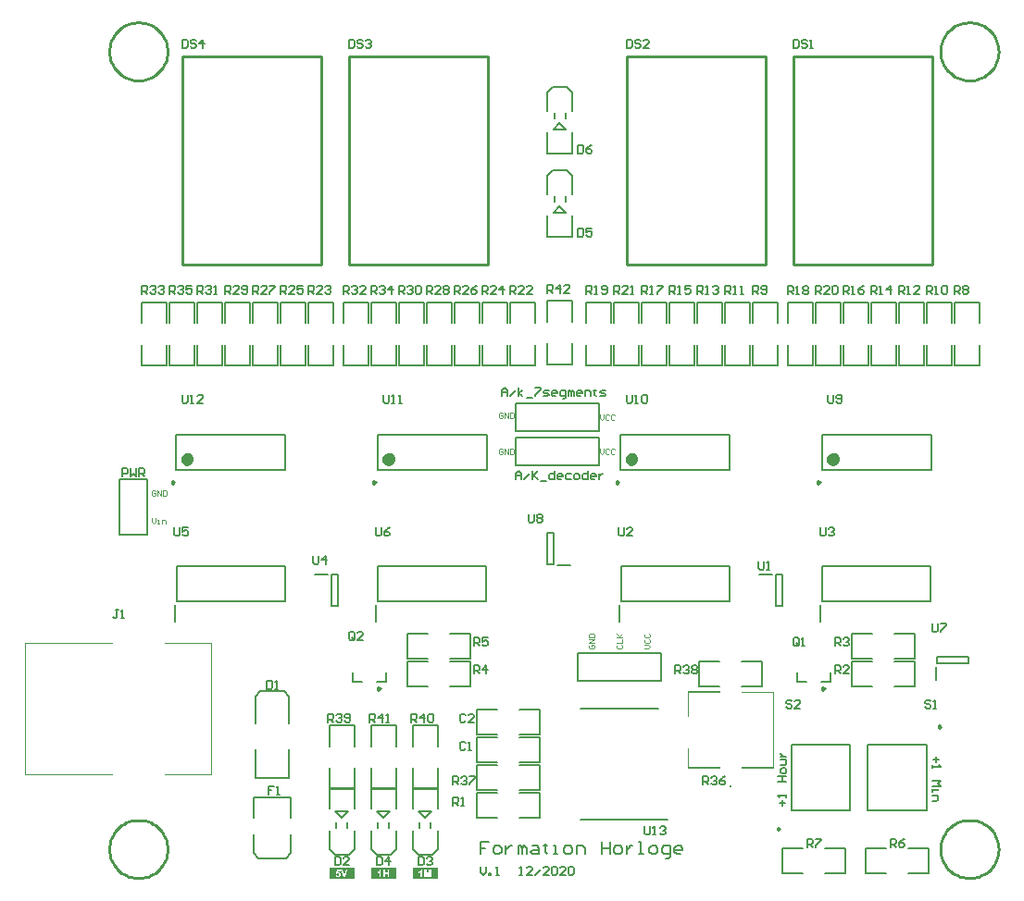
<source format=gto>
G04 Layer_Color=65535*
%FSLAX25Y25*%
%MOIN*%
G70*
G01*
G75*
%ADD32C,0.00984*%
%ADD33C,0.01000*%
%ADD34C,0.00787*%
%ADD35C,0.02362*%
%ADD36C,0.00591*%
%ADD37C,0.00500*%
%ADD38C,0.00394*%
%ADD39C,0.00400*%
%ADD40C,0.00700*%
G36*
X89500Y1000D02*
X80500D01*
Y5060D01*
X89500D01*
Y1000D01*
D02*
G37*
G36*
X104500D02*
X95500D01*
Y5060D01*
X104500D01*
Y1000D01*
D02*
G37*
G36*
X119500D02*
X110500D01*
Y5060D01*
X119500D01*
Y1000D01*
D02*
G37*
%LPC*%
G36*
X84500Y4301D02*
X83202D01*
X82950Y2965D01*
X83346Y2910D01*
X83379Y2943D01*
X83413Y2973D01*
X83446Y2999D01*
X83479Y3021D01*
X83542Y3054D01*
X83601Y3077D01*
X83653Y3087D01*
X83690Y3095D01*
X83705Y3099D01*
X83727D01*
X83786Y3095D01*
X83842Y3080D01*
X83890Y3062D01*
X83931Y3039D01*
X83960Y3014D01*
X83986Y2995D01*
X84001Y2980D01*
X84005Y2977D01*
X84042Y2929D01*
X84068Y2873D01*
X84086Y2814D01*
X84097Y2755D01*
X84108Y2703D01*
X84112Y2662D01*
Y2644D01*
Y2633D01*
Y2625D01*
Y2621D01*
X84108Y2533D01*
X84097Y2455D01*
X84079Y2392D01*
X84060Y2340D01*
X84038Y2296D01*
X84023Y2266D01*
X84008Y2251D01*
X84005Y2244D01*
X83964Y2203D01*
X83920Y2170D01*
X83875Y2148D01*
X83834Y2133D01*
X83798Y2126D01*
X83768Y2122D01*
X83749Y2118D01*
X83742D01*
X83694Y2122D01*
X83646Y2133D01*
X83605Y2148D01*
X83572Y2166D01*
X83542Y2185D01*
X83520Y2200D01*
X83505Y2211D01*
X83501Y2214D01*
X83468Y2255D01*
X83439Y2296D01*
X83416Y2340D01*
X83402Y2381D01*
X83390Y2418D01*
X83383Y2451D01*
X83379Y2470D01*
Y2477D01*
X82891Y2425D01*
X82902Y2366D01*
X82913Y2310D01*
X82950Y2211D01*
X82991Y2122D01*
X83013Y2085D01*
X83039Y2048D01*
X83061Y2018D01*
X83080Y1992D01*
X83102Y1970D01*
X83117Y1948D01*
X83131Y1933D01*
X83143Y1922D01*
X83150Y1918D01*
X83154Y1915D01*
X83198Y1881D01*
X83242Y1852D01*
X83291Y1826D01*
X83339Y1807D01*
X83439Y1770D01*
X83527Y1748D01*
X83572Y1741D01*
X83609Y1737D01*
X83646Y1733D01*
X83675Y1730D01*
X83701Y1726D01*
X83735D01*
X83816Y1730D01*
X83894Y1741D01*
X83964Y1756D01*
X84031Y1778D01*
X84093Y1804D01*
X84149Y1833D01*
X84201Y1863D01*
X84249Y1896D01*
X84290Y1926D01*
X84327Y1955D01*
X84360Y1985D01*
X84386Y2011D01*
X84404Y2033D01*
X84419Y2048D01*
X84426Y2059D01*
X84430Y2063D01*
X84464Y2111D01*
X84493Y2159D01*
X84515Y2207D01*
X84538Y2259D01*
X84571Y2355D01*
X84593Y2444D01*
X84600Y2481D01*
X84604Y2518D01*
X84611Y2551D01*
Y2581D01*
X84615Y2603D01*
Y2618D01*
Y2629D01*
Y2633D01*
X84611Y2703D01*
X84604Y2769D01*
X84593Y2832D01*
X84578Y2891D01*
X84563Y2943D01*
X84541Y2995D01*
X84523Y3043D01*
X84500Y3084D01*
X84478Y3121D01*
X84460Y3154D01*
X84438Y3184D01*
X84423Y3206D01*
X84408Y3224D01*
X84397Y3239D01*
X84390Y3247D01*
X84386Y3250D01*
X84341Y3291D01*
X84297Y3328D01*
X84249Y3361D01*
X84201Y3391D01*
X84156Y3413D01*
X84108Y3432D01*
X84023Y3461D01*
X83982Y3472D01*
X83946Y3480D01*
X83912Y3483D01*
X83886Y3487D01*
X83864Y3491D01*
X83831D01*
X83768Y3487D01*
X83705Y3476D01*
X83649Y3465D01*
X83598Y3450D01*
X83557Y3432D01*
X83524Y3421D01*
X83501Y3409D01*
X83498Y3406D01*
X83494D01*
X83572Y3842D01*
X84500D01*
Y4301D01*
D02*
G37*
G36*
X87109Y4334D02*
X86558D01*
X85932Y2440D01*
X85281Y4334D01*
X84723D01*
X85640Y1774D01*
X86199D01*
X87109Y4334D01*
D02*
G37*
G36*
X99116Y4318D02*
X98716D01*
X98679Y4233D01*
X98631Y4155D01*
X98579Y4081D01*
X98527Y4022D01*
X98483Y3974D01*
X98442Y3937D01*
X98427Y3922D01*
X98416Y3911D01*
X98409Y3907D01*
X98405Y3903D01*
X98324Y3844D01*
X98246Y3792D01*
X98176Y3752D01*
X98113Y3722D01*
X98061Y3700D01*
X98024Y3681D01*
X98009Y3678D01*
X97998Y3674D01*
X97995Y3670D01*
X97991D01*
Y3226D01*
X98124Y3278D01*
X98242Y3334D01*
X98298Y3363D01*
X98350Y3396D01*
X98398Y3426D01*
X98442Y3456D01*
X98483Y3485D01*
X98520Y3511D01*
X98550Y3533D01*
X98576Y3556D01*
X98598Y3574D01*
X98612Y3585D01*
X98620Y3593D01*
X98624Y3596D01*
Y1743D01*
X99116D01*
Y4318D01*
D02*
G37*
G36*
X102009Y4303D02*
X101491D01*
Y3297D01*
X100481D01*
Y4303D01*
X99963D01*
Y1743D01*
X100481D01*
Y2864D01*
X101491D01*
Y1743D01*
X102009D01*
Y4303D01*
D02*
G37*
G36*
X117215D02*
X116437D01*
X115982Y2553D01*
X115524Y4303D01*
X114750D01*
Y1743D01*
X115227D01*
Y3755D01*
X115731Y1743D01*
X116230D01*
X116733Y3755D01*
X116737Y1743D01*
X117215D01*
Y4303D01*
D02*
G37*
G36*
X113910Y4318D02*
X113511D01*
X113474Y4233D01*
X113426Y4155D01*
X113374Y4081D01*
X113322Y4022D01*
X113278Y3974D01*
X113237Y3937D01*
X113222Y3922D01*
X113211Y3911D01*
X113204Y3907D01*
X113200Y3903D01*
X113119Y3844D01*
X113041Y3792D01*
X112971Y3752D01*
X112908Y3722D01*
X112856Y3700D01*
X112819Y3681D01*
X112804Y3678D01*
X112793Y3674D01*
X112789Y3670D01*
X112785D01*
Y3226D01*
X112919Y3278D01*
X113037Y3334D01*
X113093Y3363D01*
X113145Y3396D01*
X113193Y3426D01*
X113237Y3456D01*
X113278Y3485D01*
X113315Y3511D01*
X113344Y3533D01*
X113370Y3556D01*
X113392Y3574D01*
X113407Y3585D01*
X113415Y3593D01*
X113418Y3596D01*
Y1743D01*
X113910D01*
Y4318D01*
D02*
G37*
%LPD*%
D32*
X300748Y55905D02*
X300010Y56332D01*
Y55479D01*
X300748Y55905D01*
X242736Y19094D02*
X241998Y19521D01*
Y18668D01*
X242736Y19094D01*
X98839Y69685D02*
X98100Y70111D01*
Y69259D01*
X98839Y69685D01*
X258839D02*
X258100Y70111D01*
Y69259D01*
X258839Y69685D01*
X184646Y144000D02*
X183907Y144426D01*
Y143574D01*
X184646Y144000D01*
X257146D02*
X256407Y144426D01*
Y143574D01*
X257146Y144000D01*
X97146D02*
X96408Y144426D01*
Y143574D01*
X97146Y144000D01*
X24646D02*
X23908Y144426D01*
Y143574D01*
X24646Y144000D01*
D33*
X321496Y11811D02*
X321449Y12807D01*
X321307Y13793D01*
X321072Y14761D01*
X320746Y15703D01*
X320332Y16610D01*
X319834Y17473D01*
X319255Y18285D01*
X318603Y19038D01*
X317882Y19726D01*
X317098Y20342D01*
X316260Y20880D01*
X315374Y21337D01*
X314449Y21708D01*
X313493Y21988D01*
X312514Y22177D01*
X311522Y22272D01*
X310525D01*
X309533Y22177D01*
X308555Y21988D01*
X307598Y21708D01*
X306673Y21337D01*
X305787Y20880D01*
X304949Y20342D01*
X304166Y19726D01*
X303444Y19038D01*
X302792Y18285D01*
X302214Y17473D01*
X301715Y16610D01*
X301301Y15703D01*
X300975Y14761D01*
X300740Y13793D01*
X300599Y12807D01*
X300551Y11811D01*
X300599Y10816D01*
X300740Y9829D01*
X300975Y8861D01*
X301301Y7919D01*
X301715Y7012D01*
X302214Y6149D01*
X302792Y5337D01*
X303444Y4584D01*
X304166Y3897D01*
X304949Y3280D01*
X305787Y2742D01*
X306673Y2285D01*
X307598Y1915D01*
X308555Y1634D01*
X309533Y1445D01*
X310525Y1350D01*
X311522D01*
X312514Y1445D01*
X313493Y1634D01*
X314449Y1915D01*
X315374Y2285D01*
X316260Y2742D01*
X317098Y3280D01*
X317882Y3897D01*
X318603Y4584D01*
X319255Y5337D01*
X319834Y6149D01*
X320332Y7012D01*
X320746Y7919D01*
X321072Y8861D01*
X321307Y9829D01*
X321449Y10816D01*
X321496Y11811D01*
X22284D02*
X22236Y12807D01*
X22094Y13793D01*
X21859Y14761D01*
X21533Y15703D01*
X21119Y16610D01*
X20621Y17473D01*
X20043Y18285D01*
X19390Y19038D01*
X18669Y19726D01*
X17886Y20342D01*
X17047Y20880D01*
X16161Y21337D01*
X15236Y21708D01*
X14280Y21988D01*
X13301Y22177D01*
X12309Y22272D01*
X11313D01*
X10321Y22177D01*
X9342Y21988D01*
X8386Y21708D01*
X7461Y21337D01*
X6575Y20880D01*
X5736Y20342D01*
X4953Y19726D01*
X4232Y19038D01*
X3579Y18285D01*
X3001Y17473D01*
X2503Y16610D01*
X2089Y15703D01*
X1763Y14761D01*
X1528Y13793D01*
X1386Y12807D01*
X1339Y11811D01*
X1386Y10816D01*
X1528Y9829D01*
X1763Y8861D01*
X2089Y7919D01*
X2503Y7012D01*
X3001Y6149D01*
X3579Y5337D01*
X4232Y4584D01*
X4953Y3897D01*
X5736Y3280D01*
X6575Y2742D01*
X7461Y2285D01*
X8386Y1915D01*
X9342Y1634D01*
X10321Y1445D01*
X11313Y1350D01*
X12309D01*
X13301Y1445D01*
X14280Y1634D01*
X15236Y1915D01*
X16161Y2285D01*
X17047Y2742D01*
X17886Y3280D01*
X18669Y3897D01*
X19390Y4584D01*
X20043Y5337D01*
X20621Y6149D01*
X21119Y7012D01*
X21533Y7919D01*
X21859Y8861D01*
X22094Y9829D01*
X22236Y10816D01*
X22284Y11811D01*
Y299213D02*
X22236Y300208D01*
X22094Y301195D01*
X21859Y302163D01*
X21533Y303105D01*
X21119Y304011D01*
X20621Y304874D01*
X20043Y305686D01*
X19390Y306439D01*
X18669Y307127D01*
X17886Y307743D01*
X17047Y308282D01*
X16161Y308739D01*
X15236Y309109D01*
X14280Y309390D01*
X13301Y309578D01*
X12309Y309673D01*
X11313D01*
X10321Y309578D01*
X9342Y309390D01*
X8386Y309109D01*
X7461Y308739D01*
X6575Y308282D01*
X5736Y307743D01*
X4953Y307127D01*
X4232Y306439D01*
X3579Y305686D01*
X3001Y304874D01*
X2503Y304011D01*
X2089Y303105D01*
X1763Y302163D01*
X1528Y301195D01*
X1386Y300208D01*
X1339Y299213D01*
X1386Y298217D01*
X1528Y297231D01*
X1763Y296262D01*
X2089Y295320D01*
X2503Y294414D01*
X3001Y293551D01*
X3579Y292739D01*
X4232Y291986D01*
X4953Y291298D01*
X5736Y290682D01*
X6575Y290143D01*
X7461Y289686D01*
X8386Y289316D01*
X9342Y289035D01*
X10321Y288847D01*
X11313Y288752D01*
X12309D01*
X13301Y288847D01*
X14280Y289035D01*
X15236Y289316D01*
X16161Y289686D01*
X17047Y290143D01*
X17886Y290682D01*
X18669Y291298D01*
X19390Y291986D01*
X20043Y292739D01*
X20621Y293551D01*
X21119Y294414D01*
X21533Y295320D01*
X21859Y296262D01*
X22094Y297231D01*
X22236Y298217D01*
X22284Y299213D01*
X321496D02*
X321449Y300208D01*
X321307Y301195D01*
X321072Y302163D01*
X320746Y303105D01*
X320332Y304011D01*
X319834Y304874D01*
X319255Y305686D01*
X318603Y306439D01*
X317882Y307127D01*
X317098Y307743D01*
X316260Y308282D01*
X315374Y308739D01*
X314449Y309109D01*
X313493Y309390D01*
X312514Y309578D01*
X311522Y309673D01*
X310525D01*
X309533Y309578D01*
X308555Y309390D01*
X307598Y309109D01*
X306673Y308739D01*
X305787Y308282D01*
X304949Y307743D01*
X304166Y307127D01*
X303444Y306439D01*
X302792Y305686D01*
X302214Y304874D01*
X301715Y304011D01*
X301301Y303105D01*
X300975Y302163D01*
X300740Y301195D01*
X300599Y300208D01*
X300551Y299213D01*
X300599Y298217D01*
X300740Y297231D01*
X300975Y296262D01*
X301301Y295320D01*
X301715Y294414D01*
X302214Y293551D01*
X302792Y292739D01*
X303444Y291986D01*
X304166Y291298D01*
X304949Y290682D01*
X305787Y290143D01*
X306673Y289686D01*
X307598Y289316D01*
X308555Y289035D01*
X309533Y288847D01*
X310525Y288752D01*
X311522D01*
X312514Y288847D01*
X313493Y289035D01*
X314449Y289316D01*
X315374Y289686D01*
X316260Y290143D01*
X317098Y290682D01*
X317882Y291298D01*
X318603Y291986D01*
X319255Y292739D01*
X319834Y293551D01*
X320332Y294414D01*
X320746Y295320D01*
X321072Y296262D01*
X321307Y297231D01*
X321449Y298217D01*
X321496Y299213D01*
X87500Y297500D02*
X137500D01*
X87500Y222500D02*
X137500D01*
X87500D02*
Y297500D01*
X137500Y222500D02*
Y297500D01*
X77500Y222500D02*
Y297500D01*
X27500Y222500D02*
Y297500D01*
Y222500D02*
X77500D01*
X27500Y297500D02*
X77500D01*
X237500Y222500D02*
Y297500D01*
X187500Y222500D02*
Y297500D01*
Y222500D02*
X237500D01*
X187500Y297500D02*
X237500D01*
X247500D02*
X297500D01*
X247500Y222500D02*
X297500D01*
X247500D02*
Y297500D01*
X297500Y222500D02*
Y297500D01*
D34*
X225000Y34528D02*
Y34921D01*
Y34528D01*
Y34921D01*
X274370Y49311D02*
X295630D01*
Y25689D02*
Y49311D01*
X274370Y25689D02*
X295630D01*
X274370D02*
Y49311D01*
X268130Y25689D02*
Y49311D01*
X246870D02*
X268130D01*
X246870Y25689D02*
Y49311D01*
Y25689D02*
X268130D01*
X166000Y286610D02*
X168000Y284610D01*
X159000D02*
X161000Y286610D01*
X166000D01*
X168000Y277890D02*
Y284610D01*
X159000Y277890D02*
Y284610D01*
X168000Y262610D02*
Y270110D01*
X159000Y262610D02*
X168000D01*
X159000D02*
Y270110D01*
X5000Y125000D02*
X15000D01*
X5000D02*
Y145000D01*
X15000D01*
Y125000D02*
Y145000D01*
X170000Y82500D02*
X200000D01*
X170000Y72500D02*
Y82500D01*
Y72500D02*
X200000D01*
Y82500D01*
X258890Y3000D02*
X266390D01*
Y12000D01*
X258890D02*
X266390D01*
X243610Y3000D02*
X251110D01*
X243610D02*
Y12000D01*
X251110D01*
X166000Y256610D02*
X168000Y254610D01*
X159000D02*
X161000Y256610D01*
X166000D01*
X168000Y247890D02*
Y254610D01*
X159000Y247890D02*
Y254610D01*
X168000Y232610D02*
Y240110D01*
X159000Y232610D02*
X168000D01*
X159000D02*
Y240110D01*
X213610Y79500D02*
X221110D01*
X213610Y70500D02*
Y79500D01*
Y70500D02*
X221110D01*
X228890Y79500D02*
X236390D01*
Y70500D02*
Y79500D01*
X228890Y70500D02*
X236390D01*
X148890Y53000D02*
X156390D01*
Y62000D01*
X148890D02*
X156390D01*
X133610Y53000D02*
X141110D01*
X133610D02*
Y62000D01*
X141110D01*
X133610Y52000D02*
X141110D01*
X133610Y43000D02*
Y52000D01*
Y43000D02*
X141110D01*
X148890Y52000D02*
X156390D01*
Y43000D02*
Y52000D01*
X148890Y43000D02*
X156390D01*
X148890Y23000D02*
X156390D01*
Y32000D01*
X148890D02*
X156390D01*
X133610Y23000D02*
X141110D01*
X133610D02*
Y32000D01*
X141110D01*
X288890Y3000D02*
X296390D01*
Y12000D01*
X288890D02*
X296390D01*
X273610Y3000D02*
X281110D01*
X273610D02*
Y12000D01*
X281110D01*
X110500Y11890D02*
X112500Y9890D01*
X117500D02*
X119500Y11890D01*
X112500Y9890D02*
X117500D01*
X110500Y11890D02*
Y18610D01*
X119500Y11890D02*
Y18610D01*
X110500Y26390D02*
Y33890D01*
X119500D01*
Y26390D02*
Y33890D01*
X95500Y11890D02*
X97500Y9890D01*
X102500D02*
X104500Y11890D01*
X97500Y9890D02*
X102500D01*
X95500Y11890D02*
Y18610D01*
X104500Y11890D02*
Y18610D01*
X95500Y26390D02*
Y33890D01*
X104500D01*
Y26390D02*
Y33890D01*
X80500Y11890D02*
X82500Y9890D01*
X87500D02*
X89500Y11890D01*
X82500Y9890D02*
X87500D01*
X80500Y11890D02*
Y18610D01*
X89500Y11890D02*
Y18610D01*
X80500Y26390D02*
Y33890D01*
X89500D01*
Y26390D02*
Y33890D01*
X119500Y48890D02*
Y56390D01*
X110500D02*
X119500D01*
X110500Y48890D02*
Y56390D01*
X119500Y33610D02*
Y41110D01*
X110500Y33610D02*
X119500D01*
X110500D02*
Y41110D01*
X104500Y48890D02*
Y56390D01*
X95500D02*
X104500D01*
X95500Y48890D02*
Y56390D01*
X104500Y33610D02*
Y41110D01*
X95500Y33610D02*
X104500D01*
X95500D02*
Y41110D01*
X89500Y48890D02*
Y56390D01*
X80500D02*
X89500D01*
X80500Y48890D02*
Y56390D01*
X89500Y33610D02*
Y41110D01*
X80500Y33610D02*
X89500D01*
X80500D02*
Y41110D01*
X147500Y172500D02*
X177500D01*
X147500Y162500D02*
Y172500D01*
Y162500D02*
X177500D01*
Y172500D01*
X147500Y160000D02*
X177500D01*
X147500Y150000D02*
Y160000D01*
Y150000D02*
X177500D01*
Y160000D01*
X108610Y79500D02*
X116110D01*
X108610Y70500D02*
Y79500D01*
Y70500D02*
X116110D01*
X123890Y79500D02*
X131390D01*
Y70500D02*
Y79500D01*
X123890Y70500D02*
X131390D01*
X123890Y80500D02*
X131390D01*
Y89500D01*
X123890D02*
X131390D01*
X108610Y80500D02*
X116110D01*
X108610D02*
Y89500D01*
X116110D01*
X258012Y101201D02*
Y113799D01*
X296988D01*
Y101201D02*
Y113799D01*
X258012Y101201D02*
X296988D01*
X257343Y93819D02*
Y99823D01*
X98012Y101201D02*
Y113799D01*
X136988D01*
Y101201D02*
Y113799D01*
X98012Y101201D02*
X136988D01*
X97342Y93819D02*
Y99823D01*
X25512Y101201D02*
Y113799D01*
X64488D01*
Y101201D02*
Y113799D01*
X25512Y101201D02*
X64488D01*
X24843Y93819D02*
Y99823D01*
X254500Y201390D02*
Y208890D01*
X245500D02*
X254500D01*
X245500Y201390D02*
Y208890D01*
X254500Y186110D02*
Y193610D01*
X245500Y186110D02*
X254500D01*
X245500D02*
Y193610D01*
X242000Y201390D02*
Y208890D01*
X233000D02*
X242000D01*
X233000Y201390D02*
Y208890D01*
X242000Y186110D02*
Y193610D01*
X233000Y186110D02*
X242000D01*
X233000D02*
Y193610D01*
X314500Y201390D02*
Y208890D01*
X305500D02*
X314500D01*
X305500Y201390D02*
Y208890D01*
X314500Y186110D02*
Y193610D01*
X305500Y186110D02*
X314500D01*
X305500D02*
Y193610D01*
X232000Y201390D02*
Y208890D01*
X223000D02*
X232000D01*
X223000Y201390D02*
Y208890D01*
X232000Y186110D02*
Y193610D01*
X223000Y186110D02*
X232000D01*
X223000D02*
Y193610D01*
X304500Y201390D02*
Y208890D01*
X295500D02*
X304500D01*
X295500Y201390D02*
Y208890D01*
X304500Y186110D02*
Y193610D01*
X295500Y186110D02*
X304500D01*
X295500D02*
Y193610D01*
X222000Y201390D02*
Y208890D01*
X213000D02*
X222000D01*
X213000Y201390D02*
Y208890D01*
X222000Y186110D02*
Y193610D01*
X213000Y186110D02*
X222000D01*
X213000D02*
Y193610D01*
X294500Y201390D02*
Y208890D01*
X285500D02*
X294500D01*
X285500Y201390D02*
Y208890D01*
X294500Y186110D02*
Y193610D01*
X285500Y186110D02*
X294500D01*
X285500D02*
Y193610D01*
X212000Y201390D02*
Y208890D01*
X203000D02*
X212000D01*
X203000Y201390D02*
Y208890D01*
X212000Y186110D02*
Y193610D01*
X203000Y186110D02*
X212000D01*
X203000D02*
Y193610D01*
X284500Y201390D02*
Y208890D01*
X275500D02*
X284500D01*
X275500Y201390D02*
Y208890D01*
X284500Y186110D02*
Y193610D01*
X275500Y186110D02*
X284500D01*
X275500D02*
Y193610D01*
X202000Y201390D02*
Y208890D01*
X193000D02*
X202000D01*
X193000Y201390D02*
Y208890D01*
X202000Y186110D02*
Y193610D01*
X193000Y186110D02*
X202000D01*
X193000D02*
Y193610D01*
X274500Y201390D02*
Y208890D01*
X265500D02*
X274500D01*
X265500Y201390D02*
Y208890D01*
X274500Y186110D02*
Y193610D01*
X265500Y186110D02*
X274500D01*
X265500D02*
Y193610D01*
X182000Y201390D02*
Y208890D01*
X173000D02*
X182000D01*
X173000Y201390D02*
Y208890D01*
X182000Y186110D02*
Y193610D01*
X173000Y186110D02*
X182000D01*
X173000D02*
Y193610D01*
X192000Y201390D02*
Y208890D01*
X183000D02*
X192000D01*
X183000Y201390D02*
Y208890D01*
X192000Y186110D02*
Y193610D01*
X183000Y186110D02*
X192000D01*
X183000D02*
Y193610D01*
X264500Y201390D02*
Y208890D01*
X255500D02*
X264500D01*
X255500Y201390D02*
Y208890D01*
X264500Y186110D02*
Y193610D01*
X255500Y186110D02*
X264500D01*
X255500D02*
Y193610D01*
X82000Y201390D02*
Y208890D01*
X73000D02*
X82000D01*
X73000Y201390D02*
Y208890D01*
X82000Y186110D02*
Y193610D01*
X73000Y186110D02*
X82000D01*
X73000D02*
Y193610D01*
X154500Y201390D02*
Y208890D01*
X145500D02*
X154500D01*
X145500Y201390D02*
Y208890D01*
X154500Y186110D02*
Y193610D01*
X145500Y186110D02*
X154500D01*
X145500D02*
Y193610D01*
X72000Y201390D02*
Y208890D01*
X63000D02*
X72000D01*
X63000Y201390D02*
Y208890D01*
X72000Y186110D02*
Y193610D01*
X63000Y186110D02*
X72000D01*
X63000D02*
Y193610D01*
X144500Y201390D02*
Y208890D01*
X135500D02*
X144500D01*
X135500Y201390D02*
Y208890D01*
X144500Y186110D02*
Y193610D01*
X135500Y186110D02*
X144500D01*
X135500D02*
Y193610D01*
X62000Y201390D02*
Y208890D01*
X53000D02*
X62000D01*
X53000Y201390D02*
Y208890D01*
X62000Y186110D02*
Y193610D01*
X53000Y186110D02*
X62000D01*
X53000D02*
Y193610D01*
X134500Y201390D02*
Y208890D01*
X125500D02*
X134500D01*
X125500Y201390D02*
Y208890D01*
X134500Y186110D02*
Y193610D01*
X125500Y186110D02*
X134500D01*
X125500D02*
Y193610D01*
X52000Y201390D02*
Y208890D01*
X43000D02*
X52000D01*
X43000Y201390D02*
Y208890D01*
X52000Y186110D02*
Y193610D01*
X43000Y186110D02*
X52000D01*
X43000D02*
Y193610D01*
X124500Y201390D02*
Y208890D01*
X115500D02*
X124500D01*
X115500Y201390D02*
Y208890D01*
X124500Y186110D02*
Y193610D01*
X115500Y186110D02*
X124500D01*
X115500D02*
Y193610D01*
X42000Y201390D02*
Y208890D01*
X33000D02*
X42000D01*
X33000Y201390D02*
Y208890D01*
X42000Y186110D02*
Y193610D01*
X33000Y186110D02*
X42000D01*
X33000D02*
Y193610D01*
X114500Y201390D02*
Y208890D01*
X105500D02*
X114500D01*
X105500Y201390D02*
Y208890D01*
X114500Y186110D02*
Y193610D01*
X105500Y186110D02*
X114500D01*
X105500D02*
Y193610D01*
X22000Y201390D02*
Y208890D01*
X13000D02*
X22000D01*
X13000Y201390D02*
Y208890D01*
X22000Y186110D02*
Y193610D01*
X13000Y186110D02*
X22000D01*
X13000D02*
Y193610D01*
X94500Y201390D02*
Y208890D01*
X85500D02*
X94500D01*
X85500Y201390D02*
Y208890D01*
X94500Y186110D02*
Y193610D01*
X85500Y186110D02*
X94500D01*
X85500D02*
Y193610D01*
X32000Y201390D02*
Y208890D01*
X23000D02*
X32000D01*
X23000Y201390D02*
Y208890D01*
X32000Y186110D02*
Y193610D01*
X23000Y186110D02*
X32000D01*
X23000D02*
Y193610D01*
X104500Y201390D02*
Y208890D01*
X95500D02*
X104500D01*
X95500Y201390D02*
Y208890D01*
X104500Y186110D02*
Y193610D01*
X95500Y186110D02*
X104500D01*
X95500D02*
Y193610D01*
X185512Y101201D02*
Y113799D01*
X224488D01*
Y101201D02*
Y113799D01*
X185512Y101201D02*
X224488D01*
X184843Y93819D02*
Y99823D01*
X81319Y110709D02*
X83681D01*
Y99291D02*
Y110709D01*
X81319Y99291D02*
X83681D01*
X81319D02*
Y110709D01*
X75217Y110906D02*
X79941D01*
X89095Y72244D02*
X92244D01*
X89095D02*
Y75394D01*
X97756Y72244D02*
X100906D01*
Y75394D01*
X158819Y114291D02*
X161181D01*
X158819D02*
Y125709D01*
X161181D01*
Y114291D02*
Y125709D01*
X162559Y114094D02*
X167283D01*
X168000Y201890D02*
Y209390D01*
X159000D02*
X168000D01*
X159000Y201890D02*
Y209390D01*
X168000Y186610D02*
Y194110D01*
X159000Y186610D02*
X168000D01*
X159000D02*
Y194110D01*
X133610Y42000D02*
X141110D01*
X133610Y33000D02*
Y42000D01*
Y33000D02*
X141110D01*
X148890Y42000D02*
X156390D01*
Y33000D02*
Y42000D01*
X148890Y33000D02*
X156390D01*
X171004Y62500D02*
X198996D01*
X171004Y22500D02*
X202284D01*
X249095Y72244D02*
X252244D01*
X249095D02*
Y75394D01*
X257756Y72244D02*
X260906D01*
Y75394D01*
X268610Y79500D02*
X276110D01*
X268610Y70500D02*
Y79500D01*
Y70500D02*
X276110D01*
X283890Y79500D02*
X291390D01*
Y70500D02*
Y79500D01*
X283890Y70500D02*
X291390D01*
X283890Y80500D02*
X291390D01*
Y89500D01*
X283890D02*
X291390D01*
X268610Y80500D02*
X276110D01*
X268610D02*
Y89500D01*
X276110D01*
X299291Y78819D02*
Y81181D01*
X310709D01*
Y78819D02*
Y81181D01*
X299291Y78819D02*
X310709D01*
X299095Y72716D02*
Y77441D01*
X241319Y110709D02*
X243681D01*
Y99291D02*
Y110709D01*
X241319Y99291D02*
X243681D01*
X241319D02*
Y110709D01*
X235216Y110906D02*
X239941D01*
X185315Y148429D02*
X224685D01*
X185315Y161028D02*
X224685D01*
X185315Y148429D02*
Y161028D01*
X224685Y148429D02*
Y161028D01*
X257815Y148429D02*
X297185D01*
X257815Y161028D02*
X297185D01*
X257815Y148429D02*
Y161028D01*
X297185Y148429D02*
Y161028D01*
X97815Y148429D02*
X137185D01*
X97815Y161028D02*
X137185D01*
X97815Y148429D02*
Y161028D01*
X137185Y148429D02*
Y161028D01*
X25315Y148429D02*
X64685D01*
X25315Y161028D02*
X64685D01*
X25315Y148429D02*
Y161028D01*
X64685Y148429D02*
Y161028D01*
X53307Y22953D02*
Y30433D01*
X66693Y22953D02*
Y30433D01*
X53307D02*
X66693D01*
X54882Y8386D02*
X65118D01*
X53307Y10354D02*
Y17047D01*
X65118Y8386D02*
X66693Y10354D01*
X53307Y10354D02*
X54882Y8386D01*
X66693Y10354D02*
Y17047D01*
X66102Y57224D02*
Y66870D01*
X53898Y57224D02*
Y66870D01*
Y37539D02*
Y47776D01*
X66102Y37539D02*
Y47776D01*
X55669Y68642D02*
X64331D01*
X53898Y66870D02*
X55669Y68642D01*
X64331D02*
X66102Y66870D01*
X53898Y37539D02*
X66102D01*
D35*
X190433Y152366D02*
X189988Y153290D01*
X188989Y153518D01*
X188188Y152879D01*
Y151854D01*
X188989Y151215D01*
X189988Y151443D01*
X190433Y152366D01*
X262933D02*
X262488Y153290D01*
X261489Y153518D01*
X260688Y152879D01*
Y151854D01*
X261489Y151215D01*
X262488Y151443D01*
X262933Y152366D01*
X102933D02*
X102488Y153290D01*
X101489Y153518D01*
X100688Y152879D01*
Y151854D01*
X101489Y151215D01*
X102488Y151443D01*
X102933Y152366D01*
X30433D02*
X29988Y153290D01*
X28989Y153518D01*
X28188Y152879D01*
Y151854D01*
X28989Y151215D01*
X29988Y151443D01*
X30433Y152366D01*
D36*
X165469Y274984D02*
Y276953D01*
X161531Y274984D02*
Y276953D01*
X161147Y271047D02*
X165700D01*
X165726Y271074D01*
X165469Y244984D02*
Y246953D01*
X161531Y244984D02*
Y246953D01*
X161147Y241047D02*
X165700D01*
X165726Y241074D01*
X113031Y19547D02*
Y21516D01*
X116969Y19547D02*
Y21516D01*
X112800Y25453D02*
X117353D01*
X112774Y25426D02*
X112800Y25453D01*
X98032Y19547D02*
Y21516D01*
X101969Y19547D02*
Y21516D01*
X97800Y25453D02*
X102353D01*
X97774Y25426D02*
X97800Y25453D01*
X83031Y19547D02*
Y21516D01*
X86968Y19547D02*
Y21516D01*
X82800Y25453D02*
X87353D01*
X82774Y25426D02*
X82800Y25453D01*
D37*
X161147Y271047D02*
X163450Y273350D01*
X165726Y271074D01*
X161147Y241047D02*
X163450Y243350D01*
X165726Y241074D01*
X115050Y23150D02*
X117353Y25453D01*
X112774Y25426D02*
X115050Y23150D01*
X100050D02*
X102353Y25453D01*
X97774Y25426D02*
X100050Y23150D01*
X85050D02*
X87353Y25453D01*
X82774Y25426D02*
X85050Y23150D01*
X252500Y12500D02*
Y15499D01*
X253999D01*
X254499Y14999D01*
Y13999D01*
X253999Y13500D01*
X252500D01*
X253500D02*
X254499Y12500D01*
X255499Y15499D02*
X257498D01*
Y14999D01*
X255499Y13000D01*
Y12500D01*
X4499Y97999D02*
X3500D01*
X3999D01*
Y95500D01*
X3500Y95000D01*
X3000D01*
X2500Y95500D01*
X5499Y95000D02*
X6499D01*
X5999D01*
Y97999D01*
X5499Y97499D01*
X297500Y92999D02*
Y90500D01*
X298000Y90000D01*
X299000D01*
X299499Y90500D01*
Y92999D01*
X300499D02*
X302498D01*
Y92499D01*
X300499Y90500D01*
Y90000D01*
X249499Y85500D02*
Y87499D01*
X249000Y87999D01*
X248000D01*
X247500Y87499D01*
Y85500D01*
X248000Y85000D01*
X249000D01*
X248500Y86000D02*
X249499Y85000D01*
X249000D02*
X249499Y85500D01*
X250499Y85000D02*
X251499D01*
X250999D01*
Y87999D01*
X250499Y87499D01*
X262500Y75000D02*
Y77999D01*
X264000D01*
X264499Y77499D01*
Y76499D01*
X264000Y76000D01*
X262500D01*
X263500D02*
X264499Y75000D01*
X267498D02*
X265499D01*
X267498Y76999D01*
Y77499D01*
X266999Y77999D01*
X265999D01*
X265499Y77499D01*
X262500Y85000D02*
Y87999D01*
X264000D01*
X264499Y87499D01*
Y86500D01*
X264000Y86000D01*
X262500D01*
X263500D02*
X264499Y85000D01*
X265499Y87499D02*
X265999Y87999D01*
X266999D01*
X267498Y87499D01*
Y86999D01*
X266999Y86500D01*
X266499D01*
X266999D01*
X267498Y86000D01*
Y85500D01*
X266999Y85000D01*
X265999D01*
X265499Y85500D01*
X87500Y303499D02*
Y300500D01*
X88999D01*
X89499Y301000D01*
Y302999D01*
X88999Y303499D01*
X87500D01*
X92498Y302999D02*
X91999Y303499D01*
X90999D01*
X90499Y302999D01*
Y302499D01*
X90999Y301999D01*
X91999D01*
X92498Y301500D01*
Y301000D01*
X91999Y300500D01*
X90999D01*
X90499Y301000D01*
X93498Y302999D02*
X93998Y303499D01*
X94998D01*
X95497Y302999D01*
Y302499D01*
X94998Y301999D01*
X94498D01*
X94998D01*
X95497Y301500D01*
Y301000D01*
X94998Y300500D01*
X93998D01*
X93498Y301000D01*
X27500Y303499D02*
Y300500D01*
X29000D01*
X29499Y301000D01*
Y302999D01*
X29000Y303499D01*
X27500D01*
X32498Y302999D02*
X31999Y303499D01*
X30999D01*
X30499Y302999D01*
Y302499D01*
X30999Y301999D01*
X31999D01*
X32498Y301500D01*
Y301000D01*
X31999Y300500D01*
X30999D01*
X30499Y301000D01*
X34998Y300500D02*
Y303499D01*
X33498Y301999D01*
X35497D01*
X257275Y127774D02*
Y125275D01*
X257775Y124775D01*
X258774D01*
X259274Y125275D01*
Y127774D01*
X260274Y127274D02*
X260774Y127774D01*
X261773D01*
X262273Y127274D01*
Y126774D01*
X261773Y126274D01*
X261274D01*
X261773D01*
X262273Y125775D01*
Y125275D01*
X261773Y124775D01*
X260774D01*
X260274Y125275D01*
X97275Y127774D02*
Y125275D01*
X97775Y124775D01*
X98774D01*
X99274Y125275D01*
Y127774D01*
X102273D02*
X101274Y127274D01*
X100274Y126274D01*
Y125275D01*
X100774Y124775D01*
X101773D01*
X102273Y125275D01*
Y125775D01*
X101773Y126274D01*
X100274D01*
X24775Y127774D02*
Y125275D01*
X25275Y124775D01*
X26274D01*
X26774Y125275D01*
Y127774D01*
X29773D02*
X27774D01*
Y126274D01*
X28773Y126774D01*
X29273D01*
X29773Y126274D01*
Y125275D01*
X29273Y124775D01*
X28274D01*
X27774Y125275D01*
X247500Y303499D02*
Y300500D01*
X249000D01*
X249499Y301000D01*
Y302999D01*
X249000Y303499D01*
X247500D01*
X252498Y302999D02*
X251998Y303499D01*
X250999D01*
X250499Y302999D01*
Y302499D01*
X250999Y301999D01*
X251998D01*
X252498Y301500D01*
Y301000D01*
X251998Y300500D01*
X250999D01*
X250499Y301000D01*
X253498Y300500D02*
X254498D01*
X253998D01*
Y303499D01*
X253498Y302999D01*
X27500Y175499D02*
Y173000D01*
X28000Y172500D01*
X29000D01*
X29499Y173000D01*
Y175499D01*
X30499Y172500D02*
X31499D01*
X30999D01*
Y175499D01*
X30499Y174999D01*
X34998Y172500D02*
X32998D01*
X34998Y174499D01*
Y174999D01*
X34498Y175499D01*
X33498D01*
X32998Y174999D01*
X100000Y175499D02*
Y173000D01*
X100500Y172500D01*
X101499D01*
X101999Y173000D01*
Y175499D01*
X102999Y172500D02*
X103999D01*
X103499D01*
Y175499D01*
X102999Y174999D01*
X105498Y172500D02*
X106498D01*
X105998D01*
Y175499D01*
X105498Y174999D01*
X187500Y175499D02*
Y173000D01*
X188000Y172500D01*
X188999D01*
X189499Y173000D01*
Y175499D01*
X190499Y172500D02*
X191499D01*
X190999D01*
Y175499D01*
X190499Y174999D01*
X192998D02*
X193498Y175499D01*
X194498D01*
X194998Y174999D01*
Y173000D01*
X194498Y172500D01*
X193498D01*
X192998Y173000D01*
Y174999D01*
X260000Y175499D02*
Y173000D01*
X260500Y172500D01*
X261500D01*
X261999Y173000D01*
Y175499D01*
X262999Y173000D02*
X263499Y172500D01*
X264498D01*
X264998Y173000D01*
Y174999D01*
X264498Y175499D01*
X263499D01*
X262999Y174999D01*
Y174499D01*
X263499Y174000D01*
X264998D01*
X194000Y19999D02*
Y17500D01*
X194500Y17000D01*
X195500D01*
X195999Y17500D01*
Y19999D01*
X196999Y17000D02*
X197999D01*
X197499D01*
Y19999D01*
X196999Y19499D01*
X199498D02*
X199998Y19999D01*
X200998D01*
X201498Y19499D01*
Y18999D01*
X200998Y18499D01*
X200498D01*
X200998D01*
X201498Y18000D01*
Y17500D01*
X200998Y17000D01*
X199998D01*
X199498Y17500D01*
X152175Y132574D02*
Y130075D01*
X152675Y129575D01*
X153674D01*
X154174Y130075D01*
Y132574D01*
X155174Y132074D02*
X155674Y132574D01*
X156673D01*
X157173Y132074D01*
Y131574D01*
X156673Y131074D01*
X157173Y130575D01*
Y130075D01*
X156673Y129575D01*
X155674D01*
X155174Y130075D01*
Y130575D01*
X155674Y131074D01*
X155174Y131574D01*
Y132074D01*
X155674Y131074D02*
X156673D01*
X74675Y117574D02*
Y115075D01*
X75175Y114575D01*
X76174D01*
X76674Y115075D01*
Y117574D01*
X79173Y114575D02*
Y117574D01*
X77674Y116074D01*
X79673D01*
X184775Y127774D02*
Y125275D01*
X185275Y124775D01*
X186274D01*
X186774Y125275D01*
Y127774D01*
X189773Y124775D02*
X187774D01*
X189773Y126774D01*
Y127274D01*
X189273Y127774D01*
X188274D01*
X187774Y127274D01*
X235000Y115499D02*
Y113000D01*
X235500Y112500D01*
X236500D01*
X236999Y113000D01*
Y115499D01*
X237999Y112500D02*
X238999D01*
X238499D01*
Y115499D01*
X237999Y114999D01*
X246999Y64999D02*
X246499Y65499D01*
X245500D01*
X245000Y64999D01*
Y64499D01*
X245500Y63999D01*
X246499D01*
X246999Y63500D01*
Y63000D01*
X246499Y62500D01*
X245500D01*
X245000Y63000D01*
X249998Y62500D02*
X247999D01*
X249998Y64499D01*
Y64999D01*
X249499Y65499D01*
X248499D01*
X247999Y64999D01*
X296999D02*
X296499Y65499D01*
X295500D01*
X295000Y64999D01*
Y64499D01*
X295500Y63999D01*
X296499D01*
X296999Y63500D01*
Y63000D01*
X296499Y62500D01*
X295500D01*
X295000Y63000D01*
X297999Y62500D02*
X298999D01*
X298499D01*
Y65499D01*
X297999Y64999D01*
X95000Y57500D02*
Y60499D01*
X96500D01*
X96999Y59999D01*
Y59000D01*
X96500Y58500D01*
X95000D01*
X96000D02*
X96999Y57500D01*
X99499D02*
Y60499D01*
X97999Y59000D01*
X99998D01*
X100998Y57500D02*
X101998D01*
X101498D01*
Y60499D01*
X100998Y59999D01*
X110000Y57500D02*
Y60499D01*
X111500D01*
X111999Y59999D01*
Y59000D01*
X111500Y58500D01*
X110000D01*
X111000D02*
X111999Y57500D01*
X114499D02*
Y60499D01*
X112999Y59000D01*
X114998D01*
X115998Y59999D02*
X116498Y60499D01*
X117498D01*
X117997Y59999D01*
Y58000D01*
X117498Y57500D01*
X116498D01*
X115998Y58000D01*
Y59999D01*
X80000Y57500D02*
Y60499D01*
X81499D01*
X81999Y59999D01*
Y59000D01*
X81499Y58500D01*
X80000D01*
X81000D02*
X81999Y57500D01*
X82999Y59999D02*
X83499Y60499D01*
X84499D01*
X84998Y59999D01*
Y59499D01*
X84499Y59000D01*
X83999D01*
X84499D01*
X84998Y58500D01*
Y58000D01*
X84499Y57500D01*
X83499D01*
X82999Y58000D01*
X85998D02*
X86498Y57500D01*
X87498D01*
X87997Y58000D01*
Y59999D01*
X87498Y60499D01*
X86498D01*
X85998Y59999D01*
Y59499D01*
X86498Y59000D01*
X87997D01*
X205000Y75000D02*
Y77999D01*
X206500D01*
X206999Y77499D01*
Y76499D01*
X206500Y76000D01*
X205000D01*
X206000D02*
X206999Y75000D01*
X207999Y77499D02*
X208499Y77999D01*
X209499D01*
X209998Y77499D01*
Y76999D01*
X209499Y76499D01*
X208999D01*
X209499D01*
X209998Y76000D01*
Y75500D01*
X209499Y75000D01*
X208499D01*
X207999Y75500D01*
X210998Y77499D02*
X211498Y77999D01*
X212498D01*
X212997Y77499D01*
Y76999D01*
X212498Y76499D01*
X212997Y76000D01*
Y75500D01*
X212498Y75000D01*
X211498D01*
X210998Y75500D01*
Y76000D01*
X211498Y76499D01*
X210998Y76999D01*
Y77499D01*
X211498Y76499D02*
X212498D01*
X125000Y35000D02*
Y37999D01*
X126499D01*
X126999Y37499D01*
Y36500D01*
X126499Y36000D01*
X125000D01*
X126000D02*
X126999Y35000D01*
X127999Y37499D02*
X128499Y37999D01*
X129499D01*
X129998Y37499D01*
Y36999D01*
X129499Y36500D01*
X128999D01*
X129499D01*
X129998Y36000D01*
Y35500D01*
X129499Y35000D01*
X128499D01*
X127999Y35500D01*
X130998Y37999D02*
X132997D01*
Y37499D01*
X130998Y35500D01*
Y35000D01*
X215000D02*
Y37999D01*
X216499D01*
X216999Y37499D01*
Y36500D01*
X216499Y36000D01*
X215000D01*
X216000D02*
X216999Y35000D01*
X217999Y37499D02*
X218499Y37999D01*
X219498D01*
X219998Y37499D01*
Y36999D01*
X219498Y36500D01*
X218999D01*
X219498D01*
X219998Y36000D01*
Y35500D01*
X219498Y35000D01*
X218499D01*
X217999Y35500D01*
X222997Y37999D02*
X221998Y37499D01*
X220998Y36500D01*
Y35500D01*
X221498Y35000D01*
X222498D01*
X222997Y35500D01*
Y36000D01*
X222498Y36500D01*
X220998D01*
X23100Y211800D02*
Y214799D01*
X24600D01*
X25099Y214299D01*
Y213299D01*
X24600Y212800D01*
X23100D01*
X24100D02*
X25099Y211800D01*
X26099Y214299D02*
X26599Y214799D01*
X27599D01*
X28098Y214299D01*
Y213799D01*
X27599Y213299D01*
X27099D01*
X27599D01*
X28098Y212800D01*
Y212300D01*
X27599Y211800D01*
X26599D01*
X26099Y212300D01*
X31097Y214799D02*
X29098D01*
Y213299D01*
X30098Y213799D01*
X30598D01*
X31097Y213299D01*
Y212300D01*
X30598Y211800D01*
X29598D01*
X29098Y212300D01*
X95600Y211800D02*
Y214799D01*
X97100D01*
X97599Y214299D01*
Y213299D01*
X97100Y212800D01*
X95600D01*
X96600D02*
X97599Y211800D01*
X98599Y214299D02*
X99099Y214799D01*
X100099D01*
X100598Y214299D01*
Y213799D01*
X100099Y213299D01*
X99599D01*
X100099D01*
X100598Y212800D01*
Y212300D01*
X100099Y211800D01*
X99099D01*
X98599Y212300D01*
X103098Y211800D02*
Y214799D01*
X101598Y213299D01*
X103597D01*
X13100Y211800D02*
Y214799D01*
X14600D01*
X15099Y214299D01*
Y213299D01*
X14600Y212800D01*
X13100D01*
X14100D02*
X15099Y211800D01*
X16099Y214299D02*
X16599Y214799D01*
X17599D01*
X18098Y214299D01*
Y213799D01*
X17599Y213299D01*
X17099D01*
X17599D01*
X18098Y212800D01*
Y212300D01*
X17599Y211800D01*
X16599D01*
X16099Y212300D01*
X19098Y214299D02*
X19598Y214799D01*
X20598D01*
X21097Y214299D01*
Y213799D01*
X20598Y213299D01*
X20098D01*
X20598D01*
X21097Y212800D01*
Y212300D01*
X20598Y211800D01*
X19598D01*
X19098Y212300D01*
X85600Y211800D02*
Y214799D01*
X87099D01*
X87599Y214299D01*
Y213299D01*
X87099Y212800D01*
X85600D01*
X86600D02*
X87599Y211800D01*
X88599Y214299D02*
X89099Y214799D01*
X90099D01*
X90598Y214299D01*
Y213799D01*
X90099Y213299D01*
X89599D01*
X90099D01*
X90598Y212800D01*
Y212300D01*
X90099Y211800D01*
X89099D01*
X88599Y212300D01*
X93597Y211800D02*
X91598D01*
X93597Y213799D01*
Y214299D01*
X93098Y214799D01*
X92098D01*
X91598Y214299D01*
X33100Y211800D02*
Y214799D01*
X34600D01*
X35099Y214299D01*
Y213299D01*
X34600Y212800D01*
X33100D01*
X34100D02*
X35099Y211800D01*
X36099Y214299D02*
X36599Y214799D01*
X37599D01*
X38098Y214299D01*
Y213799D01*
X37599Y213299D01*
X37099D01*
X37599D01*
X38098Y212800D01*
Y212300D01*
X37599Y211800D01*
X36599D01*
X36099Y212300D01*
X39098Y211800D02*
X40098D01*
X39598D01*
Y214799D01*
X39098Y214299D01*
X105600Y211800D02*
Y214799D01*
X107099D01*
X107599Y214299D01*
Y213299D01*
X107099Y212800D01*
X105600D01*
X106600D02*
X107599Y211800D01*
X108599Y214299D02*
X109099Y214799D01*
X110099D01*
X110598Y214299D01*
Y213799D01*
X110099Y213299D01*
X109599D01*
X110099D01*
X110598Y212800D01*
Y212300D01*
X110099Y211800D01*
X109099D01*
X108599Y212300D01*
X111598Y214299D02*
X112098Y214799D01*
X113098D01*
X113597Y214299D01*
Y212300D01*
X113098Y211800D01*
X112098D01*
X111598Y212300D01*
Y214299D01*
X43100Y211800D02*
Y214799D01*
X44600D01*
X45099Y214299D01*
Y213299D01*
X44600Y212800D01*
X43100D01*
X44100D02*
X45099Y211800D01*
X48098D02*
X46099D01*
X48098Y213799D01*
Y214299D01*
X47599Y214799D01*
X46599D01*
X46099Y214299D01*
X49098Y212300D02*
X49598Y211800D01*
X50598D01*
X51097Y212300D01*
Y214299D01*
X50598Y214799D01*
X49598D01*
X49098Y214299D01*
Y213799D01*
X49598Y213299D01*
X51097D01*
X115600Y211800D02*
Y214799D01*
X117099D01*
X117599Y214299D01*
Y213299D01*
X117099Y212800D01*
X115600D01*
X116600D02*
X117599Y211800D01*
X120598D02*
X118599D01*
X120598Y213799D01*
Y214299D01*
X120099Y214799D01*
X119099D01*
X118599Y214299D01*
X121598D02*
X122098Y214799D01*
X123098D01*
X123597Y214299D01*
Y213799D01*
X123098Y213299D01*
X123597Y212800D01*
Y212300D01*
X123098Y211800D01*
X122098D01*
X121598Y212300D01*
Y212800D01*
X122098Y213299D01*
X121598Y213799D01*
Y214299D01*
X122098Y213299D02*
X123098D01*
X53100Y211800D02*
Y214799D01*
X54599D01*
X55099Y214299D01*
Y213299D01*
X54599Y212800D01*
X53100D01*
X54100D02*
X55099Y211800D01*
X58098D02*
X56099D01*
X58098Y213799D01*
Y214299D01*
X57599Y214799D01*
X56599D01*
X56099Y214299D01*
X59098Y214799D02*
X61097D01*
Y214299D01*
X59098Y212300D01*
Y211800D01*
X125600D02*
Y214799D01*
X127100D01*
X127599Y214299D01*
Y213299D01*
X127100Y212800D01*
X125600D01*
X126600D02*
X127599Y211800D01*
X130598D02*
X128599D01*
X130598Y213799D01*
Y214299D01*
X130099Y214799D01*
X129099D01*
X128599Y214299D01*
X133597Y214799D02*
X132598Y214299D01*
X131598Y213299D01*
Y212300D01*
X132098Y211800D01*
X133098D01*
X133597Y212300D01*
Y212800D01*
X133098Y213299D01*
X131598D01*
X63100Y211800D02*
Y214799D01*
X64600D01*
X65099Y214299D01*
Y213299D01*
X64600Y212800D01*
X63100D01*
X64100D02*
X65099Y211800D01*
X68098D02*
X66099D01*
X68098Y213799D01*
Y214299D01*
X67599Y214799D01*
X66599D01*
X66099Y214299D01*
X71097Y214799D02*
X69098D01*
Y213299D01*
X70098Y213799D01*
X70598D01*
X71097Y213299D01*
Y212300D01*
X70598Y211800D01*
X69598D01*
X69098Y212300D01*
X135600Y211800D02*
Y214799D01*
X137100D01*
X137599Y214299D01*
Y213299D01*
X137100Y212800D01*
X135600D01*
X136600D02*
X137599Y211800D01*
X140598D02*
X138599D01*
X140598Y213799D01*
Y214299D01*
X140099Y214799D01*
X139099D01*
X138599Y214299D01*
X143098Y211800D02*
Y214799D01*
X141598Y213299D01*
X143597D01*
X73100Y211800D02*
Y214799D01*
X74599D01*
X75099Y214299D01*
Y213299D01*
X74599Y212800D01*
X73100D01*
X74100D02*
X75099Y211800D01*
X78098D02*
X76099D01*
X78098Y213799D01*
Y214299D01*
X77599Y214799D01*
X76599D01*
X76099Y214299D01*
X79098D02*
X79598Y214799D01*
X80598D01*
X81097Y214299D01*
Y213799D01*
X80598Y213299D01*
X80098D01*
X80598D01*
X81097Y212800D01*
Y212300D01*
X80598Y211800D01*
X79598D01*
X79098Y212300D01*
X145600Y211800D02*
Y214799D01*
X147099D01*
X147599Y214299D01*
Y213299D01*
X147099Y212800D01*
X145600D01*
X146600D02*
X147599Y211800D01*
X150598D02*
X148599D01*
X150598Y213799D01*
Y214299D01*
X150099Y214799D01*
X149099D01*
X148599Y214299D01*
X153597Y211800D02*
X151598D01*
X153597Y213799D01*
Y214299D01*
X153098Y214799D01*
X152098D01*
X151598Y214299D01*
X183100Y211800D02*
Y214799D01*
X184599D01*
X185099Y214299D01*
Y213299D01*
X184599Y212800D01*
X183100D01*
X184100D02*
X185099Y211800D01*
X188098D02*
X186099D01*
X188098Y213799D01*
Y214299D01*
X187599Y214799D01*
X186599D01*
X186099Y214299D01*
X189098Y211800D02*
X190098D01*
X189598D01*
Y214799D01*
X189098Y214299D01*
X255600Y211800D02*
Y214799D01*
X257100D01*
X257599Y214299D01*
Y213299D01*
X257100Y212800D01*
X255600D01*
X256600D02*
X257599Y211800D01*
X260598D02*
X258599D01*
X260598Y213799D01*
Y214299D01*
X260099Y214799D01*
X259099D01*
X258599Y214299D01*
X261598D02*
X262098Y214799D01*
X263098D01*
X263597Y214299D01*
Y212300D01*
X263098Y211800D01*
X262098D01*
X261598Y212300D01*
Y214299D01*
X173100Y211800D02*
Y214799D01*
X174600D01*
X175099Y214299D01*
Y213299D01*
X174600Y212800D01*
X173100D01*
X174100D02*
X175099Y211800D01*
X176099D02*
X177099D01*
X176599D01*
Y214799D01*
X176099Y214299D01*
X178598Y212300D02*
X179098Y211800D01*
X180098D01*
X180598Y212300D01*
Y214299D01*
X180098Y214799D01*
X179098D01*
X178598Y214299D01*
Y213799D01*
X179098Y213299D01*
X180598D01*
X245625Y211775D02*
Y214774D01*
X247125D01*
X247624Y214274D01*
Y213274D01*
X247125Y212774D01*
X245625D01*
X246625D02*
X247624Y211775D01*
X248624D02*
X249624D01*
X249124D01*
Y214774D01*
X248624Y214274D01*
X251123D02*
X251623Y214774D01*
X252623D01*
X253123Y214274D01*
Y213774D01*
X252623Y213274D01*
X253123Y212774D01*
Y212275D01*
X252623Y211775D01*
X251623D01*
X251123Y212275D01*
Y212774D01*
X251623Y213274D01*
X251123Y213774D01*
Y214274D01*
X251623Y213274D02*
X252623D01*
X193100Y211800D02*
Y214799D01*
X194599D01*
X195099Y214299D01*
Y213299D01*
X194599Y212800D01*
X193100D01*
X194100D02*
X195099Y211800D01*
X196099D02*
X197099D01*
X196599D01*
Y214799D01*
X196099Y214299D01*
X198598Y214799D02*
X200598D01*
Y214299D01*
X198598Y212300D01*
Y211800D01*
X265600D02*
Y214799D01*
X267099D01*
X267599Y214299D01*
Y213299D01*
X267099Y212800D01*
X265600D01*
X266600D02*
X267599Y211800D01*
X268599D02*
X269599D01*
X269099D01*
Y214799D01*
X268599Y214299D01*
X273098Y214799D02*
X272098Y214299D01*
X271098Y213299D01*
Y212300D01*
X271598Y211800D01*
X272598D01*
X273098Y212300D01*
Y212800D01*
X272598Y213299D01*
X271098D01*
X203100Y211800D02*
Y214799D01*
X204599D01*
X205099Y214299D01*
Y213299D01*
X204599Y212800D01*
X203100D01*
X204100D02*
X205099Y211800D01*
X206099D02*
X207099D01*
X206599D01*
Y214799D01*
X206099Y214299D01*
X210598Y214799D02*
X208598D01*
Y213299D01*
X209598Y213799D01*
X210098D01*
X210598Y213299D01*
Y212300D01*
X210098Y211800D01*
X209098D01*
X208598Y212300D01*
X275600Y211800D02*
Y214799D01*
X277099D01*
X277599Y214299D01*
Y213299D01*
X277099Y212800D01*
X275600D01*
X276600D02*
X277599Y211800D01*
X278599D02*
X279599D01*
X279099D01*
Y214799D01*
X278599Y214299D01*
X282598Y211800D02*
Y214799D01*
X281098Y213299D01*
X283098D01*
X213100Y211800D02*
Y214799D01*
X214599D01*
X215099Y214299D01*
Y213299D01*
X214599Y212800D01*
X213100D01*
X214100D02*
X215099Y211800D01*
X216099D02*
X217099D01*
X216599D01*
Y214799D01*
X216099Y214299D01*
X218598D02*
X219098Y214799D01*
X220098D01*
X220598Y214299D01*
Y213799D01*
X220098Y213299D01*
X219598D01*
X220098D01*
X220598Y212800D01*
Y212300D01*
X220098Y211800D01*
X219098D01*
X218598Y212300D01*
X285600Y211800D02*
Y214799D01*
X287100D01*
X287599Y214299D01*
Y213299D01*
X287100Y212800D01*
X285600D01*
X286600D02*
X287599Y211800D01*
X288599D02*
X289599D01*
X289099D01*
Y214799D01*
X288599Y214299D01*
X293098Y211800D02*
X291098D01*
X293098Y213799D01*
Y214299D01*
X292598Y214799D01*
X291598D01*
X291098Y214299D01*
X223100Y211800D02*
Y214799D01*
X224600D01*
X225099Y214299D01*
Y213299D01*
X224600Y212800D01*
X223100D01*
X224100D02*
X225099Y211800D01*
X226099D02*
X227099D01*
X226599D01*
Y214799D01*
X226099Y214299D01*
X228598Y211800D02*
X229598D01*
X229098D01*
Y214799D01*
X228598Y214299D01*
X295600Y211800D02*
Y214799D01*
X297099D01*
X297599Y214299D01*
Y213299D01*
X297099Y212800D01*
X295600D01*
X296600D02*
X297599Y211800D01*
X298599D02*
X299599D01*
X299099D01*
Y214799D01*
X298599Y214299D01*
X301098D02*
X301598Y214799D01*
X302598D01*
X303098Y214299D01*
Y212300D01*
X302598Y211800D01*
X301598D01*
X301098Y212300D01*
Y214299D01*
X233100Y211800D02*
Y214799D01*
X234599D01*
X235099Y214299D01*
Y213299D01*
X234599Y212800D01*
X233100D01*
X234100D02*
X235099Y211800D01*
X236099Y212300D02*
X236599Y211800D01*
X237598D01*
X238098Y212300D01*
Y214299D01*
X237598Y214799D01*
X236599D01*
X236099Y214299D01*
Y213799D01*
X236599Y213299D01*
X238098D01*
X305600Y211800D02*
Y214799D01*
X307100D01*
X307599Y214299D01*
Y213299D01*
X307100Y212800D01*
X305600D01*
X306600D02*
X307599Y211800D01*
X308599Y214299D02*
X309099Y214799D01*
X310099D01*
X310598Y214299D01*
Y213799D01*
X310099Y213299D01*
X310598Y212800D01*
Y212300D01*
X310099Y211800D01*
X309099D01*
X308599Y212300D01*
Y212800D01*
X309099Y213299D01*
X308599Y213799D01*
Y214299D01*
X309099Y213299D02*
X310099D01*
X282500Y12500D02*
Y15499D01*
X283999D01*
X284499Y14999D01*
Y13999D01*
X283999Y13500D01*
X282500D01*
X283500D02*
X284499Y12500D01*
X287498Y15499D02*
X286499Y14999D01*
X285499Y13999D01*
Y13000D01*
X285999Y12500D01*
X286999D01*
X287498Y13000D01*
Y13500D01*
X286999Y13999D01*
X285499D01*
X132500Y85000D02*
Y87999D01*
X134000D01*
X134499Y87499D01*
Y86500D01*
X134000Y86000D01*
X132500D01*
X133500D02*
X134499Y85000D01*
X137498Y87999D02*
X135499D01*
Y86500D01*
X136499Y86999D01*
X136999D01*
X137498Y86500D01*
Y85500D01*
X136999Y85000D01*
X135999D01*
X135499Y85500D01*
X132500Y75000D02*
Y77999D01*
X134000D01*
X134499Y77499D01*
Y76499D01*
X134000Y76000D01*
X132500D01*
X133500D02*
X134499Y75000D01*
X136999D02*
Y77999D01*
X135499Y76499D01*
X137498D01*
X125000Y27500D02*
Y30499D01*
X126499D01*
X126999Y29999D01*
Y29000D01*
X126499Y28500D01*
X125000D01*
X126000D02*
X126999Y27500D01*
X127999D02*
X128999D01*
X128499D01*
Y30499D01*
X127999Y29999D01*
X89474Y87675D02*
Y89674D01*
X88974Y90174D01*
X87975D01*
X87475Y89674D01*
Y87675D01*
X87975Y87175D01*
X88974D01*
X88475Y88174D02*
X89474Y87175D01*
X88974D02*
X89474Y87675D01*
X92473Y87175D02*
X90474D01*
X92473Y89174D01*
Y89674D01*
X91973Y90174D01*
X90974D01*
X90474Y89674D01*
X6000Y146000D02*
Y148999D01*
X7500D01*
X7999Y148499D01*
Y147500D01*
X7500Y147000D01*
X6000D01*
X8999Y148999D02*
Y146000D01*
X9999Y147000D01*
X10998Y146000D01*
Y148999D01*
X11998Y146000D02*
Y148999D01*
X13498D01*
X13997Y148499D01*
Y147500D01*
X13498Y147000D01*
X11998D01*
X12998D02*
X13997Y146000D01*
X60499Y34499D02*
X58500D01*
Y33000D01*
X59500D01*
X58500D01*
Y31500D01*
X61499D02*
X62499D01*
X61999D01*
Y34499D01*
X61499Y33999D01*
X187500Y303499D02*
Y300500D01*
X188999D01*
X189499Y301000D01*
Y302999D01*
X188999Y303499D01*
X187500D01*
X192498Y302999D02*
X191999Y303499D01*
X190999D01*
X190499Y302999D01*
Y302499D01*
X190999Y301999D01*
X191999D01*
X192498Y301500D01*
Y301000D01*
X191999Y300500D01*
X190999D01*
X190499Y301000D01*
X195497Y300500D02*
X193498D01*
X195497Y302499D01*
Y302999D01*
X194998Y303499D01*
X193998D01*
X193498Y302999D01*
X97500Y8999D02*
Y6000D01*
X99000D01*
X99499Y6500D01*
Y8499D01*
X99000Y8999D01*
X97500D01*
X101999Y6000D02*
Y8999D01*
X100499Y7500D01*
X102498D01*
X112500Y8999D02*
Y6000D01*
X113999D01*
X114499Y6500D01*
Y8499D01*
X113999Y8999D01*
X112500D01*
X115499Y8499D02*
X115999Y8999D01*
X116999D01*
X117498Y8499D01*
Y7999D01*
X116999Y7500D01*
X116499D01*
X116999D01*
X117498Y7000D01*
Y6500D01*
X116999Y6000D01*
X115999D01*
X115499Y6500D01*
X82500Y8999D02*
Y6000D01*
X84000D01*
X84499Y6500D01*
Y8499D01*
X84000Y8999D01*
X82500D01*
X87498Y6000D02*
X85499D01*
X87498Y7999D01*
Y8499D01*
X86999Y8999D01*
X85999D01*
X85499Y8499D01*
X58000Y72499D02*
Y69500D01*
X59500D01*
X59999Y70000D01*
Y71999D01*
X59500Y72499D01*
X58000D01*
X60999Y69500D02*
X61999D01*
X61499D01*
Y72499D01*
X60999Y71999D01*
X129499Y59999D02*
X128999Y60499D01*
X128000D01*
X127500Y59999D01*
Y58000D01*
X128000Y57500D01*
X128999D01*
X129499Y58000D01*
X132498Y57500D02*
X130499D01*
X132498Y59499D01*
Y59999D01*
X131999Y60499D01*
X130999D01*
X130499Y59999D01*
X129499Y49999D02*
X128999Y50499D01*
X128000D01*
X127500Y49999D01*
Y48000D01*
X128000Y47500D01*
X128999D01*
X129499Y48000D01*
X130499Y47500D02*
X131499D01*
X130999D01*
Y50499D01*
X130499Y49999D01*
X147500Y145000D02*
Y146999D01*
X148500Y147999D01*
X149499Y146999D01*
Y145000D01*
Y146500D01*
X147500D01*
X150499Y145000D02*
X152498Y146999D01*
X153498Y147999D02*
Y145000D01*
Y146000D01*
X155497Y147999D01*
X153998Y146500D01*
X155497Y145000D01*
X156497Y144500D02*
X158496D01*
X161495Y147999D02*
Y145000D01*
X159996D01*
X159496Y145500D01*
Y146500D01*
X159996Y146999D01*
X161495D01*
X163995Y145000D02*
X162995D01*
X162495Y145500D01*
Y146500D01*
X162995Y146999D01*
X163995D01*
X164495Y146500D01*
Y146000D01*
X162495D01*
X167493Y146999D02*
X165994D01*
X165494Y146500D01*
Y145500D01*
X165994Y145000D01*
X167493D01*
X168993D02*
X169993D01*
X170493Y145500D01*
Y146500D01*
X169993Y146999D01*
X168993D01*
X168493Y146500D01*
Y145500D01*
X168993Y145000D01*
X173492Y147999D02*
Y145000D01*
X171992D01*
X171492Y145500D01*
Y146500D01*
X171992Y146999D01*
X173492D01*
X175991Y145000D02*
X174991D01*
X174491Y145500D01*
Y146500D01*
X174991Y146999D01*
X175991D01*
X176491Y146500D01*
Y146000D01*
X174491D01*
X177490Y146999D02*
Y145000D01*
Y146000D01*
X177990Y146500D01*
X178490Y146999D01*
X178990D01*
X142500Y175000D02*
Y176999D01*
X143500Y177999D01*
X144499Y176999D01*
Y175000D01*
Y176499D01*
X142500D01*
X145499Y175000D02*
X147498Y176999D01*
X148498Y175000D02*
Y177999D01*
Y176000D02*
X149998Y176999D01*
X148498Y176000D02*
X149998Y175000D01*
X151497Y174500D02*
X153496D01*
X154496Y177999D02*
X156495D01*
Y177499D01*
X154496Y175500D01*
Y175000D01*
X157495D02*
X158995D01*
X159494Y175500D01*
X158995Y176000D01*
X157995D01*
X157495Y176499D01*
X157995Y176999D01*
X159494D01*
X161994Y175000D02*
X160994D01*
X160494Y175500D01*
Y176499D01*
X160994Y176999D01*
X161994D01*
X162494Y176499D01*
Y176000D01*
X160494D01*
X164493Y174000D02*
X164993D01*
X165493Y174500D01*
Y176999D01*
X163993D01*
X163493Y176499D01*
Y175500D01*
X163993Y175000D01*
X165493D01*
X166492D02*
Y176999D01*
X166992D01*
X167492Y176499D01*
Y175000D01*
Y176499D01*
X167992Y176999D01*
X168492Y176499D01*
Y175000D01*
X170991D02*
X169991D01*
X169491Y175500D01*
Y176499D01*
X169991Y176999D01*
X170991D01*
X171491Y176499D01*
Y176000D01*
X169491D01*
X172490Y175000D02*
Y176999D01*
X173990D01*
X174490Y176499D01*
Y175000D01*
X175989Y177499D02*
Y176999D01*
X175489D01*
X176489D01*
X175989D01*
Y175500D01*
X176489Y175000D01*
X177989D02*
X179488D01*
X179988Y175500D01*
X179488Y176000D01*
X178488D01*
X177989Y176499D01*
X178488Y176999D01*
X179988D01*
X170000Y265499D02*
Y262500D01*
X171500D01*
X171999Y263000D01*
Y264999D01*
X171500Y265499D01*
X170000D01*
X174998D02*
X173999Y264999D01*
X172999Y264000D01*
Y263000D01*
X173499Y262500D01*
X174499D01*
X174998Y263000D01*
Y263500D01*
X174499Y264000D01*
X172999D01*
X170000Y235499D02*
Y232500D01*
X171500D01*
X171999Y233000D01*
Y234999D01*
X171500Y235499D01*
X170000D01*
X174998D02*
X172999D01*
Y233999D01*
X173999Y234499D01*
X174499D01*
X174998Y233999D01*
Y233000D01*
X174499Y232500D01*
X173499D01*
X172999Y233000D01*
X159075Y212275D02*
Y215274D01*
X160574D01*
X161074Y214774D01*
Y213774D01*
X160574Y213275D01*
X159075D01*
X160074D02*
X161074Y212275D01*
X163573D02*
Y215274D01*
X162074Y213774D01*
X164073D01*
X167072Y212275D02*
X165073D01*
X167072Y214274D01*
Y214774D01*
X166572Y215274D01*
X165573D01*
X165073Y214774D01*
X243500Y27500D02*
Y29499D01*
X242501Y28500D02*
X244500D01*
X245000Y30499D02*
Y31499D01*
Y30999D01*
X242001D01*
X242501Y30499D01*
X242001Y35997D02*
X245000D01*
X243500D01*
Y37997D01*
X242001D01*
X245000D01*
Y39496D02*
Y40496D01*
X244500Y40996D01*
X243500D01*
X243001Y40496D01*
Y39496D01*
X243500Y38996D01*
X244500D01*
X245000Y39496D01*
X243001Y41995D02*
X244500D01*
X245000Y42495D01*
Y43995D01*
X243001D01*
Y44994D02*
X245000D01*
X244000D01*
X243500Y45494D01*
X243001Y45994D01*
Y46494D01*
X299000Y45000D02*
Y43001D01*
X299999Y44000D02*
X298000D01*
X297500Y42001D02*
Y41001D01*
Y41501D01*
X300499D01*
X299999Y42001D01*
X297500Y36503D02*
X300499D01*
X299499Y35503D01*
X300499Y34503D01*
X297500D01*
Y33504D02*
Y32504D01*
Y33004D01*
X299499D01*
Y33504D01*
X297500Y31005D02*
X299499D01*
Y29505D01*
X299000Y29005D01*
X297500D01*
X135000Y5499D02*
Y3500D01*
X136000Y2500D01*
X136999Y3500D01*
Y5499D01*
X137999Y2500D02*
Y3000D01*
X138499D01*
Y2500D01*
X137999D01*
X140498D02*
X141498D01*
X140998D01*
Y5499D01*
X140498Y4999D01*
X148995Y2500D02*
X149995D01*
X149495D01*
Y5499D01*
X148995Y4999D01*
X153494Y2500D02*
X151495D01*
X153494Y4499D01*
Y4999D01*
X152994Y5499D01*
X151995D01*
X151495Y4999D01*
X154494Y2500D02*
X156493Y4499D01*
X159492Y2500D02*
X157493D01*
X159492Y4499D01*
Y4999D01*
X158992Y5499D01*
X157993D01*
X157493Y4999D01*
X160492D02*
X160992Y5499D01*
X161991D01*
X162491Y4999D01*
Y3000D01*
X161991Y2500D01*
X160992D01*
X160492Y3000D01*
Y4999D01*
X165490Y2500D02*
X163491D01*
X165490Y4499D01*
Y4999D01*
X164990Y5499D01*
X163991D01*
X163491Y4999D01*
X166490D02*
X166990Y5499D01*
X167989D01*
X168489Y4999D01*
Y3000D01*
X167989Y2500D01*
X166990D01*
X166490Y3000D01*
Y4999D01*
D38*
X209646Y41221D02*
Y48110D01*
Y41221D02*
Y48110D01*
Y41221D02*
Y41417D01*
X221063D01*
Y41221D02*
Y41417D01*
X209646Y41221D02*
X221063D01*
X228937D02*
Y41417D01*
X240354D01*
Y41221D02*
Y41417D01*
X228937Y41221D02*
X240354D01*
Y68583D01*
Y41221D02*
Y68583D01*
X228937D02*
X240354D01*
X228937D02*
X240354D01*
X209646Y59921D02*
Y68583D01*
Y59921D02*
Y68583D01*
Y68779D01*
Y68583D02*
X221063D01*
Y68779D01*
X209646D02*
X221063D01*
X-29016Y86043D02*
X2441D01*
X-29016D02*
X2441D01*
X-29016Y38721D02*
X2441D01*
X-29016D02*
X2441D01*
X21142Y38799D02*
X37874D01*
X21142D02*
X37874D01*
X21142Y86043D02*
X37874D01*
X21142D02*
X37874D01*
X-29055Y38721D02*
X-29016D01*
X-29055D02*
Y86043D01*
X-29016D01*
Y38721D02*
Y86043D01*
X37874Y38799D02*
Y86043D01*
Y38799D02*
Y86043D01*
D39*
X142833Y168666D02*
X142500Y168999D01*
X141833D01*
X141500Y168666D01*
Y167333D01*
X141833Y167000D01*
X142500D01*
X142833Y167333D01*
Y168000D01*
X142166D01*
X143499Y167000D02*
Y168999D01*
X144832Y167000D01*
Y168999D01*
X145499D02*
Y167000D01*
X146498D01*
X146832Y167333D01*
Y168666D01*
X146498Y168999D01*
X145499D01*
X142833Y155666D02*
X142500Y155999D01*
X141833D01*
X141500Y155666D01*
Y154333D01*
X141833Y154000D01*
X142500D01*
X142833Y154333D01*
Y155000D01*
X142166D01*
X143499Y154000D02*
Y155999D01*
X144832Y154000D01*
Y155999D01*
X145499D02*
Y154000D01*
X146498D01*
X146832Y154333D01*
Y155666D01*
X146498Y155999D01*
X145499D01*
X178000D02*
Y154666D01*
X178666Y154000D01*
X179333Y154666D01*
Y155999D01*
X181332Y155666D02*
X180999Y155999D01*
X180333D01*
X179999Y155666D01*
Y154333D01*
X180333Y154000D01*
X180999D01*
X181332Y154333D01*
X183332Y155666D02*
X182998Y155999D01*
X182332D01*
X181999Y155666D01*
Y154333D01*
X182332Y154000D01*
X182998D01*
X183332Y154333D01*
X178000Y168499D02*
Y167166D01*
X178666Y166500D01*
X179333Y167166D01*
Y168499D01*
X181332Y168166D02*
X180999Y168499D01*
X180333D01*
X179999Y168166D01*
Y166833D01*
X180333Y166500D01*
X180999D01*
X181332Y166833D01*
X183332Y168166D02*
X182998Y168499D01*
X182332D01*
X181999Y168166D01*
Y166833D01*
X182332Y166500D01*
X182998D01*
X183332Y166833D01*
X16500Y130999D02*
Y129666D01*
X17166Y129000D01*
X17833Y129666D01*
Y130999D01*
X18499Y129000D02*
X19166D01*
X18833D01*
Y130333D01*
X18499D01*
X20166Y129000D02*
Y130333D01*
X21165D01*
X21498Y130000D01*
Y129000D01*
X17833Y140666D02*
X17500Y140999D01*
X16833D01*
X16500Y140666D01*
Y139333D01*
X16833Y139000D01*
X17500D01*
X17833Y139333D01*
Y140000D01*
X17166D01*
X18499Y139000D02*
Y140999D01*
X19832Y139000D01*
Y140999D01*
X20499D02*
Y139000D01*
X21498D01*
X21832Y139333D01*
Y140666D01*
X21498Y140999D01*
X20499D01*
X194001Y84000D02*
X195334D01*
X196000Y84666D01*
X195334Y85333D01*
X194001D01*
X194334Y87332D02*
X194001Y86999D01*
Y86333D01*
X194334Y85999D01*
X195667D01*
X196000Y86333D01*
Y86999D01*
X195667Y87332D01*
X194334Y89332D02*
X194001Y88998D01*
Y88332D01*
X194334Y87999D01*
X195667D01*
X196000Y88332D01*
Y88998D01*
X195667Y89332D01*
X184334Y85333D02*
X184001Y85000D01*
Y84333D01*
X184334Y84000D01*
X185667D01*
X186000Y84333D01*
Y85000D01*
X185667Y85333D01*
X184001Y85999D02*
X186000D01*
Y87332D01*
X184001Y87999D02*
X186000D01*
X185334D01*
X184001Y89332D01*
X185000Y88332D01*
X186000Y89332D01*
X174334Y85333D02*
X174001Y85000D01*
Y84333D01*
X174334Y84000D01*
X175667D01*
X176000Y84333D01*
Y85000D01*
X175667Y85333D01*
X175000D01*
Y84666D01*
X176000Y85999D02*
X174001D01*
X176000Y87332D01*
X174001D01*
Y87999D02*
X176000D01*
Y88998D01*
X175667Y89332D01*
X174334D01*
X174001Y88998D01*
Y87999D01*
D40*
X137999Y14499D02*
X135000D01*
Y12249D01*
X136500D01*
X135000D01*
Y10000D01*
X140248D02*
X141748D01*
X142498Y10750D01*
Y12249D01*
X141748Y12999D01*
X140248D01*
X139499Y12249D01*
Y10750D01*
X140248Y10000D01*
X143997Y12999D02*
Y10000D01*
Y11500D01*
X144747Y12249D01*
X145497Y12999D01*
X146246D01*
X148496Y10000D02*
Y12999D01*
X149245D01*
X149995Y12249D01*
Y10000D01*
Y12249D01*
X150745Y12999D01*
X151495Y12249D01*
Y10000D01*
X153744Y12999D02*
X155244D01*
X155993Y12249D01*
Y10000D01*
X153744D01*
X152994Y10750D01*
X153744Y11500D01*
X155993D01*
X158242Y13749D02*
Y12999D01*
X157493D01*
X158992D01*
X158242D01*
Y10750D01*
X158992Y10000D01*
X161241D02*
X162741D01*
X161991D01*
Y12999D01*
X161241D01*
X165740Y10000D02*
X167240D01*
X167989Y10750D01*
Y12249D01*
X167240Y12999D01*
X165740D01*
X164990Y12249D01*
Y10750D01*
X165740Y10000D01*
X169489D02*
Y12999D01*
X171738D01*
X172488Y12249D01*
Y10000D01*
X178486Y14499D02*
Y10000D01*
Y12249D01*
X181485D01*
Y14499D01*
Y10000D01*
X183734D02*
X185234D01*
X185984Y10750D01*
Y12249D01*
X185234Y12999D01*
X183734D01*
X182984Y12249D01*
Y10750D01*
X183734Y10000D01*
X187483Y12999D02*
Y10000D01*
Y11500D01*
X188233Y12249D01*
X188983Y12999D01*
X189732D01*
X191982Y10000D02*
X193481D01*
X192731D01*
Y14499D01*
X191982D01*
X196480Y10000D02*
X197980D01*
X198729Y10750D01*
Y12249D01*
X197980Y12999D01*
X196480D01*
X195730Y12249D01*
Y10750D01*
X196480Y10000D01*
X201729Y8501D02*
X202478D01*
X203228Y9250D01*
Y12999D01*
X200979D01*
X200229Y12249D01*
Y10750D01*
X200979Y10000D01*
X203228D01*
X206977D02*
X205477D01*
X204728Y10750D01*
Y12249D01*
X205477Y12999D01*
X206977D01*
X207727Y12249D01*
Y11500D01*
X204728D01*
M02*

</source>
